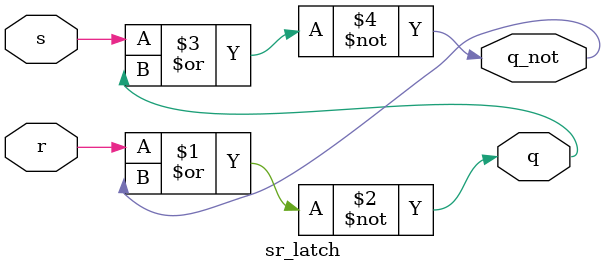
<source format=v>
module sr_latch(r, s, q, q_not);

input r, s;
output q, q_not;

	nor nor1(q, r, q_not);
	nor nor2(q_not, s, q);

endmodule

</source>
